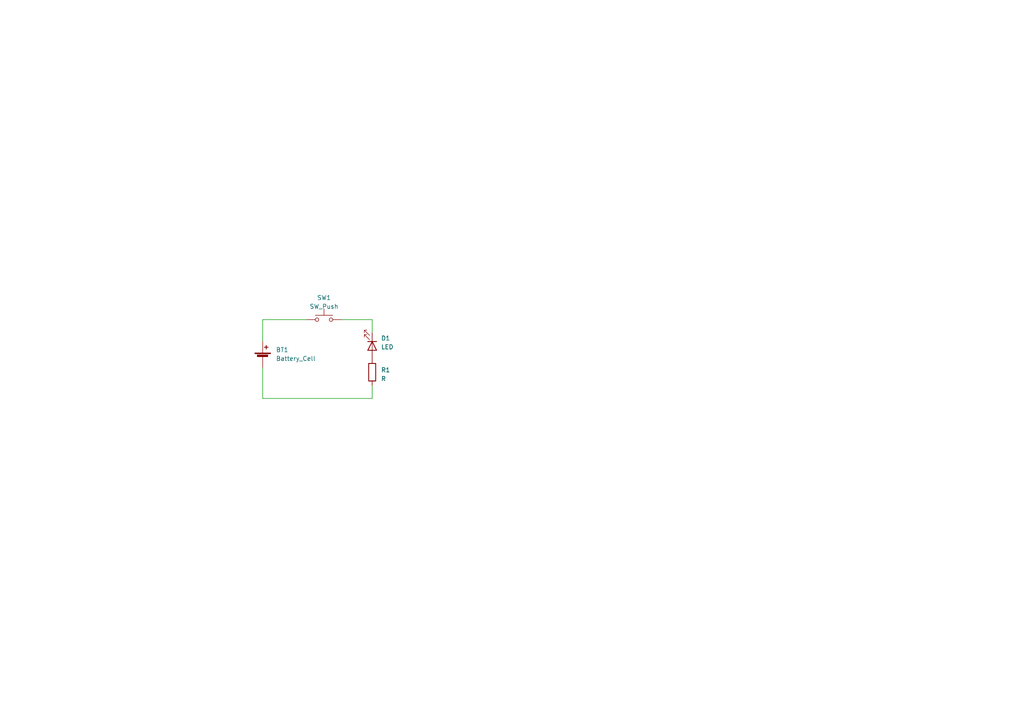
<source format=kicad_sch>
(kicad_sch (version 20230121) (generator eeschema)
  (paper "A4")
  (lib_symbols
    (symbol "Device:Battery_Cell" (pin_numbers hide) (pin_names (offset 0) hide)
      (property "Reference" "BT" (at 2.54 2.54 0))
      (property "Value" "Battery_Cell" (at 2.54 0 0))
      (symbol "Battery_Cell_0_1"
        (rectangle (start -2.286 1.778) (end 2.286 1.524) (fill (type outline)))
        (rectangle (start -1.5748 1.1938) (end 1.4732 0.6858) (fill (type outline)))
        (polyline (pts (xy 0 0.762) (xy 0 0)))
        (polyline (pts (xy 0 1.778) (xy 0 2.54)))
        (polyline (pts (xy 0.508 3.429) (xy 1.524 3.429)) (stroke (width 0.254)))
        (polyline (pts (xy 1.016 3.937) (xy 1.016 2.921)) (stroke (width 0.254)))
      )
      (symbol "Battery_Cell_1_1"
        (pin passive line (at 0 5.08 270) (length 2.54) (name "+") (number "1"))
        (pin passive line (at 0 -2.54 90) (length 2.54) (name "-") (number "2"))
      )
    )
    (symbol "Device:LED" (pin_numbers hide) (pin_names (offset 1.016) hide)
      (property "Reference" "D" (at 0 2.54 0))
      (property "Value" "LED" (at 0 -2.54 0))
      (symbol "LED_0_1"
        (polyline (pts (xy -1.27 -1.27) (xy -1.27 1.27)) (stroke (width 0.254)))
        (polyline (pts (xy -1.27 0) (xy 1.27 0)))
        (polyline (pts (xy 1.27 -1.27) (xy 1.27 1.27) (xy -1.27 0) (xy 1.27 -1.27)) (stroke (width 0.254)))
        (polyline (pts (xy -3.048 -0.762) (xy -4.572 -2.286) (xy -3.81 -2.286) (xy -4.572 -2.286) (xy -4.572 -1.524)))
        (polyline (pts (xy -1.778 -0.762) (xy -3.302 -2.286) (xy -2.54 -2.286) (xy -3.302 -2.286) (xy -3.302 -1.524)))
      )
      (symbol "LED_1_1"
        (pin passive line (at -3.81 0 0) (length 2.54) (name "K") (number "1"))
        (pin passive line (at 3.81 0 180) (length 2.54) (name "A") (number "2"))
      )
    )
    (symbol "Device:R" (pin_numbers hide) (pin_names (offset 0))
      (property "Reference" "R" (at 2.032 0 90))
      (property "Value" "R" (at 0 0 90))
      (symbol "R_0_1"
        (rectangle (start -1.016 -2.54) (end 1.016 2.54) (stroke (width 0.254)))
      )
      (symbol "R_1_1"
        (pin passive line (at 0 3.81 270) (length 1.27) (name "~") (number "1"))
        (pin passive line (at 0 -3.81 90) (length 1.27) (name "~") (number "2"))
      )
    )
    (symbol "Switch:SW_Push" (pin_numbers hide) (pin_names (offset 1.016) hide)
      (property "Reference" "SW" (at 1.27 2.54 0))
      (property "Value" "SW_Push" (at 0 -1.524 0))
      (symbol "SW_Push_0_1"
        (circle (center -2.032 0) (radius 0.508))
        (polyline (pts (xy 0 1.27) (xy 0 3.048)))
        (polyline (pts (xy 2.54 1.27) (xy -2.54 1.27)))
        (circle (center 2.032 0) (radius 0.508))
        (pin passive line (at -5.08 0 0) (length 2.54) (name "1") (number "1"))
        (pin passive line (at 5.08 0 180) (length 2.54) (name "2") (number "2"))
      )
    )
  )
  (wire (pts (xy 76.2 115.57) (xy 107.95 115.57)))
  (wire (pts (xy 76.2 92.71) (xy 76.2 99.06)))
  (wire (pts (xy 99.06 92.71) (xy 107.95 92.71)))
  (wire (pts (xy 107.95 92.71) (xy 107.95 96.52)))
  (wire (pts (xy 88.9 92.71) (xy 76.2 92.71)))
  (wire (pts (xy 107.95 115.57) (xy 107.95 111.76)))
  (wire (pts (xy 76.2 106.68) (xy 76.2 115.57)))
  (symbol (lib_id "Switch:SW_Push") (at 93.98 92.71 0) (unit 1)
    (property "Reference" "SW1" (at 93.98 86.36 0))
    (property "Value" "SW_Push" (at 93.98 88.9 0))
    (property "Footprint" "Button_Switch_THT:SW_PUSH-12mm" (effects hide))
  )
  (symbol (lib_id "Device:R") (at 107.95 107.95 0) (unit 1)
    (property "Reference" "R1" (at 110.49 107.315 0) (effects (justify left)))
    (property "Value" "R" (at 110.49 109.855 0) (effects (justify left)))
    (property "Footprint" "Resistor_THT:R_Axial_DIN0414_L11.9mm_D4.5mm_P15.24mm_Horizontal" (effects hide))
  )
  (symbol (lib_id "Device:LED") (at 107.95 100.33 270) (unit 1)
    (property "Reference" "D1" (at 110.49 98.1075 90) (effects (justify left)))
    (property "Value" "LED" (at 110.49 100.6475 90) (effects (justify left)))
    (property "Footprint" "LED_THT:LED_D5.0mm_Clear" (effects hide))
  )
  (symbol (lib_id "Device:Battery_Cell") (at 76.2 104.14 0) (unit 1)
    (property "Reference" "BT1" (at 80.01 101.473 0) (effects (justify left)))
    (property "Value" "Battery_Cell" (at 80.01 104.013 0) (effects (justify left)))
    (property "Footprint" "Battery:BatteryHolder_Bulgin_BX0036_1xC" (effects hide))
  )
)
</source>
